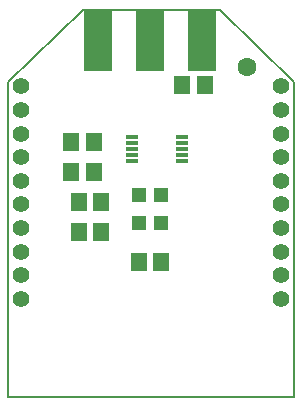
<source format=gts>
G75*
G70*
%OFA0B0*%
%FSLAX24Y24*%
%IPPOS*%
%LPD*%
%AMOC8*
5,1,8,0,0,1.08239X$1,22.5*
%
%ADD10C,0.0080*%
%ADD11C,0.0555*%
%ADD12C,0.0000*%
%ADD13R,0.0940X0.2040*%
%ADD14R,0.0552X0.0631*%
%ADD15C,0.0631*%
%ADD16R,0.0434X0.0138*%
%ADD17R,0.0512X0.0512*%
D10*
X000196Y001085D02*
X009724Y001085D01*
X009724Y011580D01*
X007234Y013971D01*
X002686Y013971D01*
X000196Y011580D01*
X000196Y001085D01*
D11*
X000629Y004355D03*
X000629Y005143D03*
X000629Y005930D03*
X000629Y006717D03*
X000629Y007505D03*
X000629Y008292D03*
X000629Y009080D03*
X000629Y009867D03*
X000629Y010654D03*
X000629Y011442D03*
X009291Y011442D03*
X009291Y010654D03*
X009291Y009867D03*
X009291Y009080D03*
X009291Y008292D03*
X009291Y007505D03*
X009291Y006717D03*
X009291Y005930D03*
X009291Y005143D03*
X009291Y004355D03*
D12*
X007110Y013973D02*
X002710Y013973D01*
D13*
X003170Y012963D03*
X004910Y012963D03*
X006650Y012963D03*
D14*
X006734Y011473D03*
X005986Y011473D03*
X003284Y007598D03*
X003034Y008598D03*
X002536Y007598D03*
X002286Y008598D03*
X002286Y009598D03*
X003034Y009598D03*
X003284Y006598D03*
X002536Y006598D03*
X004536Y005598D03*
X005284Y005598D03*
D15*
X008160Y012098D03*
D16*
X005992Y009742D03*
X005992Y009545D03*
X005992Y009348D03*
X005992Y009152D03*
X005992Y008955D03*
X004328Y008955D03*
X004328Y009152D03*
X004328Y009348D03*
X004328Y009545D03*
X004328Y009742D03*
D17*
X004536Y007821D03*
X004536Y006876D03*
X005284Y006876D03*
X005284Y007821D03*
M02*

</source>
